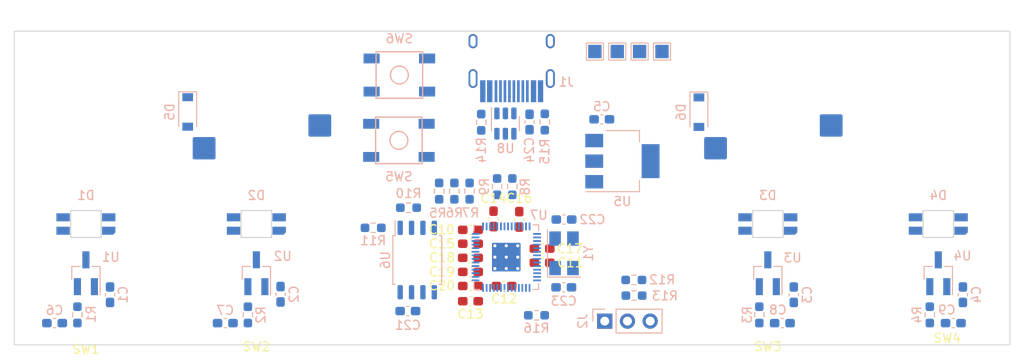
<source format=kicad_pcb>
(kicad_pcb (version 20211014) (generator pcbnew)
  (layers (0 "F.Cu" signal) (31 "B.Cu" signal) (34 "B.Paste" user) (35 "F.Paste" user) (36 "B.SilkS" user "B.Silkscreen") (37 "F.SilkS" user "F.Silkscreen") (38 "B.Mask" user) (39 "F.Mask" user) (44 "Edge.Cuts" user))
  (net 0 "")
  (net 1 "+3.3VA")
  (net 2 "SW1")
  (net 3 "GND")
  (net 4 "SW2")
  (net 5 "SW3")
  (net 6 "SW4")
  (net 7 "+1V1")
  (net 8 "SWDIO")
  (net 9 "+5V")
  (net 10 "UART_TX")
  (net 11 "UART_RX")
  (net 12 "SWCLK")
  (net 13 "Net-(D1-Pad1)")
  (net 14 "Net-(D1-Pad2)")
  (net 15 "Net-(D1-Pad3)")
  (net 16 "COL1")
  (net 17 "Net-(R8-Pad1)")
  (net 18 "COL2")
  (net 19 "COL3")
  (net 20 "COL4")
  (net 21 "Net-(R1-Pad1)")
  (net 22 "Net-(R2-Pad1)")
  (net 23 "Net-(R3-Pad1)")
  (net 24 "Net-(R4-Pad1)")
  (net 25 "ROW_R")
  (net 26 "ROW_G")
  (net 27 "ROW_B")
  (net 28 "USB_D-")
  (net 29 "USB_D+")
  (net 30 "Net-(R9-Pad2)")
  (net 31 "/QSPI_SS")
  (net 32 "/~{USB_BOOT}")
  (net 33 "/RESET")
  (net 34 "/QSPI_SCLK")
  (net 49 "K_ROW")
  (net 50 "Net-(D5-Pad2)")
  (net 51 "Net-(D6-Pad2)")
  (net 52 "K_COL0")
  (net 53 "K_COL1")
  (net 54 "Net-(J1-Pad4)")
  (net 55 "Net-(J1-Pad10)")
  (net 56 "Net-(J1-Pad5)")
  (net 57 "Net-(J1-Pad6)")
  (net 60 "/XIN")
  (net 61 "/XOUT")
  (net 62 "/QSPI_SD1")
  (net 63 "/QSPI_SD2")
  (net 64 "/QSPI_SD0")
  (net 65 "/QSPI_SD3")
  (footprint "Capacitor_SMD:C_0603_1608Metric_Pad1.08x0.95mm_HandSolder" (layer "F.Cu") (at 201.375 70.825)
    (fp_text reference "C11" (at 3.15 0) (layer "F.SilkS"))
    (fp_text value "0.1u")
    (pad "1" smd roundrect locked (at -0.8625 0) (size 1.075 0.95) (layers "F.Cu" "F.Paste" "F.Mask") (net 7 "+1V1"))
    (pad "2" smd roundrect locked (at 0.8625 0) (size 1.075 0.95) (layers "F.Cu" "F.Paste" "F.Mask") (net 3 "GND"))
  )
  (footprint "MX_Alps_Hybrid:MX_Lekker" (layer "F.Cu") (at 169.45 72)
    (fp_text reference "SW2" (at 0 8.2 unlocked) (layer "F.SilkS"))
    (fp_text value "MX_Lekker" hide)
    (pad "" np_thru_hole circle (at -5.08 0 48.0996) (size 1.75 1.75) (drill 1.75) (layers *.Cu *.Mask))
    (pad "" np_thru_hole circle (at 5.08 0 48.0996) (size 1.75 1.75) (drill 1.75) (layers *.Cu *.Mask))
  )
  (footprint "Capacitor_SMD:C_0603_1608Metric_Pad1.08x0.95mm_HandSolder" (layer "F.Cu") (at 197.125 73.425 180)
    (fp_text reference "C12" (at 0 -1.43) (layer "F.SilkS"))
    (fp_text value "0.1u")
    (pad "1" smd roundrect locked (at -0.8625 0 180) (size 1.075 0.95) (layers "F.Cu" "F.Paste" "F.Mask") (net 1 "+3.3VA"))
    (pad "2" smd roundrect locked (at 0.8625 0 180) (size 1.075 0.95) (layers "F.Cu" "F.Paste" "F.Mask") (net 3 "GND"))
  )
  (footprint "Capacitor_SMD:C_0603_1608Metric_Pad1.08x0.95mm_HandSolder" (layer "F.Cu") (at 195.95 65.925 90)
    (fp_text reference "C14" (at 2.3 0 180) (layer "F.SilkS"))
    (fp_text value "0.1u")
    (pad "1" smd roundrect locked (at -0.8625 0 90) (size 1.075 0.95) (layers "F.Cu" "F.Paste" "F.Mask") (net 1 "+3.3VA"))
    (pad "2" smd roundrect locked (at 0.8625 0 90) (size 1.075 0.95) (layers "F.Cu" "F.Paste" "F.Mask") (net 3 "GND"))
  )
  (footprint "MX_Alps_Hybrid:MX_Lekker" (layer "F.Cu") (at 245.65 72)
    (fp_text reference "SW4" (at 1 7.25 unlocked) (layer "F.SilkS"))
    (fp_text value "MX_Lekker" hide)
    (pad "" np_thru_hole circle (at 5.08 0 48.0996) (size 1.75 1.75) (drill 1.75) (layers *.Cu *.Mask))
    (pad "" np_thru_hole circle (at -5.08 0 48.0996) (size 1.75 1.75) (drill 1.75) (layers *.Cu *.Mask))
  )
  (footprint "Capacitor_SMD:C_0603_1608Metric_Pad1.08x0.95mm_HandSolder" (layer "F.Cu") (at 201.375 69.25)
    (fp_text reference "C17" (at 3.1 0) (layer "F.SilkS"))
    (fp_text value "0.1u")
    (pad "1" smd roundrect locked (at -0.8625 0) (size 1.075 0.95) (layers "F.Cu" "F.Paste" "F.Mask") (net 1 "+3.3VA"))
    (pad "2" smd roundrect locked (at 0.8625 0) (size 1.075 0.95) (layers "F.Cu" "F.Paste" "F.Mask") (net 3 "GND"))
  )
  (footprint "Capacitor_SMD:C_0603_1608Metric_Pad1.08x0.95mm_HandSolder" (layer "F.Cu") (at 193.375 71.85)
    (fp_text reference "C19" (at -3.2 0) (layer "F.SilkS"))
    (fp_text value "1u")
    (pad "1" smd roundrect locked (at -0.8625 0) (size 1.075 0.95) (layers "F.Cu" "F.Paste" "F.Mask") (net 7 "+1V1"))
    (pad "2" smd roundrect locked (at 0.8625 0) (size 1.075 0.95) (layers "F.Cu" "F.Paste" "F.Mask") (net 3 "GND"))
  )
  (footprint "MX_Hotswap:MX-Hotswap-1U" (layer "F.Cu") (at 226.6 52.95 180)
    (fp_text reference "MX2")
    (fp_text value "MX-NoLED")
    (pad "" np_thru_hole circle (at -5.08 0 228.099) (size 1.7018 1.7018) (drill 1.7018) (layers F&B.Cu *.Mask))
    (pad "" np_thru_hole circle (at -3.81 -2.54 180) (size 3 3) (drill 3) (layers F&B.Cu *.Mask))
    (pad "" np_thru_hole circle (at 2.54 -5.08 180) (size 3 3) (drill 3) (layers F&B.Cu *.Mask))
    (pad "" np_thru_hole circle (at 0 0 180) (size 3.9878 3.9878) (drill 3.9878) (layers F&B.Cu *.Mask))
    (pad "" np_thru_hole circle (at 5.08 0 228.099) (size 1.7018 1.7018) (drill 1.7018) (layers F&B.Cu *.Mask))
    (pad "1" smd roundrect (at -7.085 -2.54 180) (size 2.55 2.5) (layers "B.Cu" "B.Paste" "B.Mask") (roundrect_rratio 0.08) (net 53 "K_COL1"))
    (pad "2" smd roundrect (at 5.842 -5.08 180) (size 2.55 2.5) (layers "B.Cu" "B.Paste" "B.Mask") (roundrect_rratio 0.08) (net 51 "Net-(D6-Pad2)"))
  )
  (footprint "Capacitor_SMD:C_0603_1608Metric_Pad1.08x0.95mm_HandSolder" (layer "F.Cu") (at 193.375 67.15)
    (fp_text reference "C10" (at -3.225 -0.025) (layer "F.SilkS"))
    (fp_text value "0.1u")
    (pad "1" smd roundrect locked (at -0.8625 0) (size 1.075 0.95) (layers "F.Cu" "F.Paste" "F.Mask") (net 7 "+1V1"))
    (pad "2" smd roundrect locked (at 0.8625 0) (size 1.075 0.95) (layers "F.Cu" "F.Paste" "F.Mask") (net 3 "GND"))
  )
  (footprint "Capacitor_SMD:C_0603_1608Metric_Pad1.08x0.95mm_HandSolder" (layer "F.Cu") (at 193.375 75.125 180)
    (fp_text reference "C13" (at 0 -1.43) (layer "F.SilkS"))
    (fp_text value "0.1u")
    (pad "1" smd roundrect locked (at -0.8625 0 180) (size 1.075 0.95) (layers "F.Cu" "F.Paste" "F.Mask") (net 1 "+3.3VA"))
    (pad "2" smd roundrect locked (at 0.8625 0 180) (size 1.075 0.95) (layers "F.Cu" "F.Paste" "F.Mask") (net 3 "GND"))
  )
  (footprint "MX_Alps_Hybrid:MX_Lekker" (layer "F.Cu") (at 150.4 72)
    (fp_text reference "SW1" (at 0 8.5 unlocked) (layer "F.SilkS"))
    (fp_text value "MX_Lekker" hide)
    (pad "" np_thru_hole circle (at -5.08 0 48.0996) (size 1.75 1.75) (drill 1.75) (layers *.Cu *.Mask))
    (pad "" np_thru_hole circle (at 5.08 0 48.0996) (size 1.75 1.75) (drill 1.75) (layers *.Cu *.Mask))
  )
  (footprint "Capacitor_SMD:C_0603_1608Metric_Pad1.08x0.95mm_HandSolder" (layer "F.Cu") (at 193.375 73.425)
    (fp_text reference "C20" (at -3.2 -0.025) (layer "F.SilkS"))
    (fp_text value "1u")
    (pad "1" smd roundrect locked (at -0.8625 0) (size 1.075 0.95) (layers "F.Cu" "F.Paste" "F.Mask") (net 1 "+3.3VA"))
    (pad "2" smd roundrect locked (at 0.8625 0) (size 1.075 0.95) (layers "F.Cu" "F.Paste" "F.Mask") (net 3 "GND"))
  )
  (footprint "Capacitor_SMD:C_0603_1608Metric_Pad1.08x0.95mm_HandSolder" (layer "F.Cu") (at 193.375 70.275)
    (fp_text reference "C18" (at -3.175 -0.025) (layer "F.SilkS"))
    (fp_text value "0.1u")
    (pad "1" smd roundrect locked (at -0.8625 0) (size 1.075 0.95) (layers "F.Cu" "F.Paste" "F.Mask") (net 1 "+3.3VA"))
    (pad "2" smd roundrect locked (at 0.8625 0) (size 1.075 0.95) (layers "F.Cu" "F.Paste" "F.Mask") (net 3 "GND"))
  )
  (footprint "Capacitor_SMD:C_0603_1608Metric_Pad1.08x0.95mm_HandSolder" (layer "F.Cu") (at 193.375 68.7)
    (fp_text reference "C15" (at -3.2 0) (layer "F.SilkS"))
    (fp_text value "0.1u")
    (pad "1" smd roundrect locked (at -0.8625 0) (size 1.075 0.95) (layers "F.Cu" "F.Paste" "F.Mask") (net 1 "+3.3VA"))
    (pad "2" smd roundrect locked (at 0.8625 0) (size 1.075 0.95) (layers "F.Cu" "F.Paste" "F.Mask") (net 3 "GND"))
  )
  (footprint "MX_Alps_Hybrid:MX_Lekker" (layer "F.Cu") (at 226.6 72)
    (fp_text reference "SW3" (at 0 8.2 unlocked) (layer "F.SilkS"))
    (fp_text value "MX_Lekker" hide)
    (pad "" np_thru_hole circle (at 5.08 0 48.0996) (size 1.75 1.75) (drill 1.75) (layers *.Cu *.Mask))
    (pad "" np_thru_hole circle (at -5.08 0 48.0996) (size 1.75 1.75) (drill 1.75) (layers *.Cu *.Mask))
  )
  (footprint "Capacitor_SMD:C_0603_1608Metric_Pad1.08x0.95mm_HandSolder" (layer "F.Cu") (at 198.825 65.975 90)
    (fp_text reference "C16" (at 2.35 0 180) (layer "F.SilkS"))
    (fp_text value "0.1u")
    (pad "1" smd roundrect locked (at -0.8625 0 90) (size 1.075 0.95) (layers "F.Cu" "F.Paste" "F.Mask") (net 1 "+3.3VA"))
    (pad "2" smd roundrect locked (at 0.8625 0 90) (size 1.075 0.95) (layers "F.Cu" "F.Paste" "F.Mask") (net 3 "GND"))
  )
  (footprint "MX_Hotswap:MX-Hotswap-1U" (layer "F.Cu") (at 169.45 52.95 180)
    (fp_text reference "MX1")
    (fp_text value "MX-NoLED")
    (pad "" np_thru_hole circle (at 0 0 180) (size 3.9878 3.9878) (drill 3.9878) (layers F&B.Cu *.Mask))
    (pad "" np_thru_hole circle (at 2.54 -5.08 180) (size 3 3) (drill 3) (layers F&B.Cu *.Mask))
    (pad "" np_thru_hole circle (at 5.08 0 228.099) (size 1.7018 1.7018) (drill 1.7018) (layers F&B.Cu *.Mask))
    (pad "" np_thru_hole circle (at -3.81 -2.54 180) (size 3 3) (drill 3) (layers F&B.Cu *.Mask))
    (pad "" np_thru_hole circle (at -5.08 0 228.099) (size 1.7018 1.7018) (drill 1.7018) (layers F&B.Cu *.Mask))
    (pad "1" smd roundrect (at -7.085 -2.54 180) (size 2.55 2.5) (layers "B.Cu" "B.Paste" "B.Mask") (roundrect_rratio 0.08) (net 52 "K_COL0"))
    (pad "2" smd roundrect (at 5.842 -5.08 180) (size 2.55 2.5) (layers "B.Cu" "B.Paste" "B.Mask") (roundrect_rratio 0.08) (net 50 "Net-(D5-Pad2)"))
  )
  (footprint "Resistor_SMD:R_0603_1608Metric_Pad0.98x0.95mm_HandSolder" (layer "B.Cu") (at 198.05 62.325 90)
    (fp_text reference "R8" (at 0 1.43 90) (layer "B.SilkS") (effects (justify mirror)))
    (fp_text value "27")
    (pad "1" smd roundrect locked (at -0.9125 0 90) (size 0.975 0.95) (layers "B.Cu" "B.Paste" "B.Mask") (net 17 "Net-(R8-Pad1)"))
    (pad "2" smd roundrect locked (at 0.9125 0 90) (size 0.975 0.95) (layers "B.Cu" "B.Paste" "B.Mask") (net 29 "USB_D+"))
  )
  (footprint "Resistor_SMD:R_0603_1608Metric_Pad0.98x0.95mm_HandSolder" (layer "B.Cu") (at 189.875 62.825 90)
    (fp_text reference "R5" (at -2.45 -0.15 180) (layer "B.SilkS") (effects (justify mirror)))
    (fp_text value "300")
    (pad "1" smd roundrect locked (at -0.9125 0 90) (size 0.975 0.95) (layers "B.Cu" "B.Paste" "B.Mask") (net 25 "ROW_R"))
    (pad "2" smd roundrect locked (at 0.9125 0 90) (size 0.975 0.95) (layers "B.Cu" "B.Paste" "B.Mask") (net 15 "Net-(D1-Pad3)"))
  )
  (footprint "random_parts:SOT-23_Handsoldering_no_plane" (layer "B.Cu") (at 245.65 72 90)
    (fp_text reference "U4" (at 1.95 2.7) (layer "B.SilkS") (effects (justify mirror)))
    (fp_text value "AH49-E")
    (pad "1" smd rect (at -1.5 0.95 90) (size 1.9 0.8) (layers "B.Cu" "B.Paste" "B.Mask") (net 1 "+3.3VA"))
    (pad "2" smd rect (at -1.5 -0.95 90) (size 1.9 0.8) (layers "B.Cu" "B.Paste" "B.Mask") (net 24 "Net-(R4-Pad1)"))
    (pad "3" smd rect (at 1.5 0 90) (size 1.9 0.8) (layers "B.Cu" "B.Paste" "B.Mask") (net 3 "GND"))
  )
  (footprint "Diode_SMD:D_SOD-123" (layer "B.Cu") (at 161.775 53.975 -90)
    (fp_text reference "D5" (at 0 2 90) (layer "B.SilkS") (effects (justify mirror)))
    (fp_text value "1N4148W")
    (pad "1" smd rect locked (at -1.65 0 270) (size 0.9 1.2) (layers "B.Cu" "B.Paste" "B.Mask") (net 49 "K_ROW"))
    (pad "2" smd rect locked (at 1.65 0 270) (size 0.9 1.2) (layers "B.Cu" "B.Paste" "B.Mask") (net 50 "Net-(D5-Pad2)"))
  )
  (footprint "Resistor_SMD:R_0603_1608Metric_Pad0.98x0.95mm_HandSolder" (layer "B.Cu") (at 200.75 76.7)
    (fp_text reference "R16" (at 0 1.43) (layer "B.SilkS") (effects (justify mirror)))
    (fp_text value "10k")
    (pad "1" smd roundrect locked (at -0.9125 0) (size 0.975 0.95) (layers "B.Cu" "B.Paste" "B.Mask") (net 1 "+3.3VA"))
    (pad "2" smd roundrect locked (at 0.9125 0) (size 0.975 0.95) (layers "B.Cu" "B.Paste" "B.Mask") (net 33 "/RESET"))
  )
  (footprint "TestPoint:TestPoint_Pad_1.5x1.5mm" (layer "B.Cu") (at 209.775 47.225 180)
    (fp_text reference "TP2" hide)
    (fp_text value "TestPoint")
    (pad "1" smd rect locked (at 0 0 180) (size 1.5 1.5) (layers "B.Cu" "B.Mask") (net 8 "SWDIO"))
  )
  (footprint "Capacitor_SMD:C_0603_1608Metric_Pad1.08x0.95mm_HandSolder" (layer "B.Cu") (at 229.5 74.4 -90)
    (fp_text reference "C3" (at 0 -1.5 90) (layer "B.SilkS") (effects (justify mirror)))
    (fp_text value "0.1u")
    (pad "1" smd roundrect locked (at -0.8625 0 270) (size 1.075 0.95) (layers "B.Cu" "B.Paste" "B.Mask") (net 1 "+3.3VA"))
    (pad "2" smd roundrect locked (at 0.8625 0 270) (size 1.075 0.95) (layers "B.Cu" "B.Paste" "B.Mask") (net 3 "GND"))
  )
  (footprint "custom_led_library:QBLP677R-RGB-square_cutout" (layer "B.Cu") (at 169.45 66.5 180)
    (fp_text reference "D2" (at 0 3.2 unlocked) (layer "B.SilkS") (effects (justify mirror)))
    (fp_text value "QBLP677R-RGB")
    (fp_line (start -1.7 -1.5) (end 1.7 -1.5) (layer "Edge.Cuts") (width 0.12))
    (fp_line (start 1.7 -1.5) (end 1.7 1.5) (layer "Edge.Cuts") (width 0.12))
    (fp_line (start -1.7 1.5) (end -1.7 -1.5) (layer "Edge.Cuts") (width 0.12))
    (fp_line (start 1.7 1.5) (end -1.7 1.5) (layer "Edge.Cuts") (width 0.12))
    (pad "1" smd roundrect (at -2.55 -0.75 180) (size 1.5 0.9) (layers "B.Cu" "B.Paste" "B.Mask") (roundrect_rratio 0) (chamfer_ratio 0.3) (chamfer top_left) (net 13 "Net-(D1-Pad1)"))
    (pad "2" smd rect (at 2.55 -0.75 180) (size 1.5 0.9) (layers "B.Cu" "B.Paste" "B.Mask") (net 14 "Net-(D1-Pad2)"))
    (pad "3" smd rect (at 2.55 0.75 180) (size 1.5 0.9) (layers "B.Cu" "B.Paste" "B.Mask") (net 15 "Net-(D1-Pad3)"))
    (pad "4" smd rect (at -2.55 0.75 180) (size 1.5 0.9) (layers "B.Cu" "B.Paste" "B.Mask") (net 18 "COL2"))
  )
  (footprint "custom_led_library:QBLP677R-RGB-square_cutout" (layer "B.Cu") (at 245.65 66.5 180)
    (fp_text reference "D4" (at 0 3.2 unlocked) (layer "B.SilkS") (effects (justify mirror)))
    (fp_text value "QBLP677R-RGB")
    (fp_line (start -1.7 1.5) (end -1.7 -1.5) (layer "Edge.Cuts") (width 0.12))
    (fp_line (start -1.7 -1.5) (end 1.7 -1.5) (layer "Edge.Cuts") (width 0.12))
    (fp_line (start 1.7 1.5) (end -1.7 1.5) (layer "Edge.Cuts") (width 0.12))
    (fp_line (start 1.7 -1.5) (end 1.7 1.5) (layer "Edge.Cuts") (width 0.12))
    (pad "1" smd roundrect (at -2.55 -0.75 180) (size 1.5 0.9) (layers "B.Cu" "B.Paste" "B.Mask") (roundrect_rratio 0) (chamfer_ratio 0.3) (chamfer top_left) (net 13 "Net-(D1-Pad1)"))
    (pad "2" smd rect (at 2.55 -0.75 180) (size 1.5 0.9) (layers "B.Cu" "B.Paste" "B.Mask") (net 14 "Net-(D1-Pad2)"))
    (pad "3" smd rect (at 2.55 0.75 180) (size 1.5 0.9) (layers "B.Cu" "B.Paste" "B.Mask") (net 15 "Net-(D1-Pad3)"))
    (pad "4" smd rect (at -2.55 0.75 180) (size 1.5 0.9) (layers "B.Cu" "B.Paste" "B.Mask") (net 20 "COL4"))
  )
  (footprint "Capacitor_SMD:C_0603_1608Metric_Pad1.08x0.95mm_HandSolder" (layer "B.Cu") (at 165.975 77.575 180)
    (fp_text reference "C7" (at 0 1.43) (layer "B.SilkS") (effects (justify mirror)))
    (fp_text value "DNI")
    (pad "1" smd roundrect locked (at -0.8625 0 180) (size 1.075 0.95) (layers "B.Cu" "B.Paste" "B.Mask") (net 4 "SW2"))
    (pad "2" smd roundrect locked (at 0.8625 0 180) (size 1.075 0.95) (layers "B.Cu" "B.Paste" "B.Mask") (net 3 "GND"))
  )
  (footprint "Diode_SMD:D_SOD-123" (layer "B.Cu") (at 218.9 54 -90)
    (fp_text reference "D6" (at 0 2 90) (layer "B.SilkS") (effects (justify mirror)))
    (fp_text value "1N4148W")
    (pad "1" smd rect locked (at -1.65 0 270) (size 0.9 1.2) (layers "B.Cu" "B.Paste" "B.Mask") (net 49 "K_ROW"))
    (pad "2" smd rect locked (at 1.65 0 270) (size 0.9 1.2) (layers "B.Cu" "B.Paste" "B.Mask") (net 51 "Net-(D6-Pad2)"))
  )
  (footprint "Resistor_SMD:R_0603_1608Metric_Pad0.98x0.95mm_HandSolder" (layer "B.Cu") (at 196.35 62.325 -90)
    (fp_text reference "R9" (at 0 1.43 90) (layer "B.SilkS") (effects (justify mirror)))
    (fp_text value "27")
    (pad "1" smd roundrect locked (at -0.9125 0 270) (size 0.975 0.95) (layers "B.Cu" "B.Paste" "B.Mask") (net 28 "USB_D-"))
    (pad "2" smd roundrect locked (at 0.9125 0 270) (size 0.975 0.95) (layers "B.Cu" "B.Paste" "B.Mask") (net 30 "Net-(R9-Pad2)"))
  )
  (footprint "Resistor_SMD:R_0603_1608Metric_Pad0.98x0.95mm_HandSolder" (layer "B.Cu") (at 191.575 62.825 90)
    (fp_text reference "R6" (at -2.425 0 180) (layer "B.SilkS") (effects (justify mirror)))
    (fp_text value "300")
    (pad "1" smd roundrect locked (at -0.9125 0 90) (size 0.975 0.95) (layers "B.Cu" "B.Paste" "B.Mask") (net 26 "ROW_G"))
    (pad "2" smd roundrect locked (at 0.9125 0 90) (size 0.975 0.95) (layers "B.Cu" "B.Paste" "B.Mask") (net 14 "Net-(D1-Pad2)"))
  )
  (footprint "Type-C:HRO-TYPE-C-31-M-12-HandSoldering" (layer "B.Cu") (at 197.975 43.465)
    (fp_text reference "J1" (at 6.1 7.16) (layer "B.SilkS") (effects (justify mirror)))
    (fp_text value "TYPE-C-31-M12_13_EDITED")
    (pad "" np_thru_hole circle locked (at 2.89 6.25) (size 0.65 0.65) (drill 0.65) (layers *.Cu *.Mask))
    (pad "" np_thru_hole circle locked (at -2.89 6.25) (size 0.65 0.65) (drill 0.65) (layers *.Cu *.Mask))
    (pad "1" smd rect locked (at -3.225 8.195) (size 0.6 2.45) (layers "B.Cu" "B.Paste" "B.Mask") (net 3 "GND"))
    (pad "2" smd rect locked (at -2.45 8.195) (size 0.6 2.45) (layers "B.Cu" "B.Paste" "B.Mask") (net 9 "+5V"))
    (pad "3" smd rect locked (at -1.75 8.195) (size 0.3 2.45) (layers "B.Cu" "B.Paste" "B.Mask"))
    (pad "4" smd rect locked (at -1.25 8.195) (size 0.3 2.45) (layers "B.Cu" "B.Paste" "B.Mask") (net 54 "Net-(J1-Pad4)"))
    (pad "5" smd rect locked (at -0.75 8.195) (size 0.3 2.45) (layers "B.Cu" "B.Paste" "B.Mask") (net 56 "Net-(J1-Pad5)"))
    (pad "6" smd rect locked (at -0.25 8.195) (size 0.3 2.45) (layers "B.Cu" "B.Paste" "B.Mask") (net 57 "Net-(J1-Pad6)"))
    (pad "7" smd rect locked (at 0.25 8.195) (size 0.3 2.45) (layers "B.Cu" "B.Paste" "B.Mask") (net 56 "Net-(J1-Pad5)"))
    (pad "8" smd rect locked (at 0.75 8.195) (size 0.3 2.45) (layers "B.Cu" "B.Paste" "B.Mask") (net 57 "Net-(J1-Pad6)"))
    (pad "9" smd rect locked (at 1.25 8.195) (size 0.3 2.45) (layers "B.Cu" "B.Paste" "B.Mask"))
    (pad "10" smd rect locked (at 1.75 8.195) (size 0.3 2.45) (layers "B.Cu" "B.Paste" "B.Mask") (net 55 "Net-(J1-Pad10)"))
    (pad "11" smd rect locked (at 2.45 8.195) (size 0.6 2.45) (layers "B.Cu" "B.Paste" "B.Mask") (net 9 "+5V"))
    (pad "12" smd rect locked (at 3.225 8.195) (size 0.6 2.45) (layers "B.Cu" "B.Paste" "B.Mask") (net 3 "GND"))
    (pad "13" thru_hole oval locked (at 4.32 2.6) (size 1 1.6) (drill oval 0.6 1.2) (layers *.Cu "F.Mask") (net 3 "GND"))
    (pad "13" thru_hole oval locked (at 4.32 6.78) (size 1 2.1) (drill oval 0.6 1.7) (layers *.Cu "F.Mask") (net 3 "GND"))
    (pad "13" thru_hole oval locked (at -4.32 2.6) (size 1 1.6) (drill oval 0.6 1.2) (layers *.Cu "F.Mask") (net 3 "GND"))
    (pad "13" thru_hole oval locked (at -4.32 6.78) (size 1 2.1) (drill oval 0.6 1.7) (layers *.Cu "F.Mask") (net 3 "GND"))
  )
  (footprint "random_parts:SOT-23_Handsoldering_no_plane" (layer "B.Cu") (at 226.6 72 90)
    (fp_text reference "U3" (at 1.725 2.775) (layer "B.SilkS") (effects (justify mirror)))
    (fp_text value "AH49-E")
    (pad "1" smd rect (at -1.5 0.95 90) (size 1.9 0.8) (layers "B.Cu" "B.Paste" "B.Mask") (net 1 "+3.3VA"))
    (pad "2" smd rect (at -1.5 -0.95 90) (size 1.9 0.8) (layers "B.Cu" "B.Paste" "B.Mask") (net 23 "Net-(R3-Pad1)"))
    (pad "3" smd rect (at 1.5 0 90) (size 1.9 0.8) (layers "B.Cu" "B.Paste" "B.Mask") (net 3 "GND"))
  )
  (footprint "Resistor_SMD:R_0603_1608Metric_Pad0.98x0.95mm_HandSolder" (layer "B.Cu") (at 244.7 76.65 -90)
    (fp_text reference "R4" (at 0 1.425 90) (layer "B.SilkS") (effects (justify mirror)))
    (fp_text value "0")
    (pad "1" smd roundrect locked (at -0.9125 0 270) (size 0.975 0.95) (layers "B.Cu" "B.Paste" "B.Mask") (net 24 "Net-(R4-Pad1)"))
    (pad "2" smd roundrect locked (at 0.9125 0 270) (size 0.975 0.95) (layers "B.Cu" "B.Paste" "B.Mask") (net 6 "SW4"))
  )
  (footprint "random_parts:SOT-23_Handsoldering_no_plane" (layer "B.Cu") (at 169.45 72 90)
    (fp_text reference "U2" (at 1.9 2.95) (layer "B.SilkS") (effects (justify mirror)))
    (fp_text value "AH49-E")
    (pad "1" smd rect (at -1.5 0.95 90) (size 1.9 0.8) (layers "B.Cu" "B.Paste" "B.Mask") (net 1 "+3.3VA"))
    (pad "2" smd rect (at -1.5 -0.95 90) (size 1.9 0.8) (layers "B.Cu" "B.Paste" "B.Mask") (net 22 "Net-(R2-Pad1)"))
    (pad "3" smd rect (at 1.5 0 90) (size 1.9 0.8) (layers "B.Cu" "B.Paste" "B.Mask") (net 3 "GND"))
  )
  (footprint "Resistor_SMD:R_0603_1608Metric_Pad0.98x0.95mm_HandSolder" (layer "B.Cu") (at 193.275 62.825 -90)
    (fp_text reference "R7" (at 2.425 -0.1 180) (layer "B.SilkS") (effects (justify mirror)))
    (fp_text value "300")
    (pad "1" smd roundrect locked (at -0.9125 0 270) (size 0.975 0.95) (layers "B.Cu" "B.Paste" "B.Mask") (net 13 "Net-(D1-Pad1)"))
    (pad "2" smd roundrect locked (at 0.9125 0 270) (size 0.975 0.95) (layers "B.Cu" "B.Paste" "B.Mask") (net 27 "ROW_B"))
  )
  (footprint "Capacitor_SMD:C_0603_1608Metric_Pad1.08x0.95mm_HandSolder" (layer "B.Cu") (at 228.225 77.575)
    (fp_text reference "C8" (at -0.5 -1.475) (layer "B.SilkS") (effects (justify mirror)))
    (fp_text value "DNI")
    (pad "1" smd roundrect locked (at -0.8625 0) (size 1.075 0.95) (layers "B.Cu" "B.Paste" "B.Mask") (net 5 "SW3"))
    (pad "2" smd roundrect locked (at 0.8625 0) (size 1.075 0.95) (layers "B.Cu" "B.Paste" "B.Mask") (net 3 "GND"))
  )
  (footprint "Resistor_SMD:R_0603_1608Metric_Pad0.98x0.95mm_HandSolder" (layer "B.Cu") (at 182.5 66.925)
    (fp_text reference "R11" (at 0 1.43) (layer "B.SilkS") (effects (justify mirror)))
    (fp_text value "10k")
    (pad "1" smd roundrect locked (at -0.9125 0) (size 0.975 0.95) (layers "B.Cu" "B.Paste" "B.Mask") (net 32 "/~{USB_BOOT}"))
    (pad "2" smd roundrect locked (at 0.9125 0) (size 0.975 0.95) (layers "B.Cu" "B.Paste" "B.Mask") (net 31 "/QSPI_SS"))
  )
  (footprint "Resistor_SMD:R_0603_1608Metric_Pad0.98x0.95mm_HandSolder" (layer "B.Cu") (at 225.65 76.65 -90)
    (fp_text reference "R3" (at 0 1.35 90) (layer "B.SilkS") (effects (justify mirror)))
    (fp_text value "0")
    (pad "1" smd roundrect locked (at -0.9125 0 270) (size 0.975 0.95) (layers "B.Cu" "B.Paste" "B.Mask") (net 23 "Net-(R3-Pad1)"))
    (pad "2" smd roundrect locked (at 0.9125 0 270) (size 0.975 0.95) (layers "B.Cu" "B.Paste" "B.Mask") (net 5 "SW3"))
  )
  (footprint "Capacitor_SMD:C_0603_1608Metric_Pad1.08x0.95mm_HandSolder" (layer "B.Cu") (at 186.375 76.225 180)
    (fp_text reference "C21" (at 0 -1.575) (layer "B.SilkS") (effects (justify mirror)))
    (fp_text value "0.1u")
    (pad "1" smd roundrect locked (at -0.8625 0 180) (size 1.075 0.95) (layers "B.Cu" "B.Paste" "B.Mask") (net 3 "GND"))
    (pad "2" smd roundrect locked (at 0.8625 0 180) (size 1.075 0.95) (layers "B.Cu" "B.Paste" "B.Mask") (net 1 "+3.3VA"))
  )
  (footprint "Package_SO:SOIC-8_5.23x5.23mm_P1.27mm" (layer "B.Cu") (at 187.425 70.525 -90)
    (fp_text reference "U6" (at 0 3.56 90) (layer "B.SilkS") (effects (justify mirror)))
    (fp_text value "W25Q32JVSS")
    (pad "1" smd roundrect locked (at -3.6 1.905 270) (size 1.6 0.6) (layers "B.Cu" "B.Paste" "B.Mask") (net 31 "/QSPI_SS"))
    (pad "2" smd roundrect locked (at -3.6 0.635 270) (size 1.6 0.6) (layers "B.Cu" "B.Paste" "B.Mask") (net 62 "/QSPI_SD1"))
    (pad "3" smd roundrect locked (at -3.6 -0.635 270) (size 1.6 0.6) (layers "B.Cu" "B.Paste" "B.Mask") (net 63 "/QSPI_SD2"))
    (pad "4" smd roundrect locked (at -3.6 -1.905 270) (size 1.6 0.6) (layers "B.Cu" "B.Paste" "B.Mask") (net 3 "GND"))
    (pad "5" smd roundrect locked (at 3.6 -1.905 270) (size 1.6 0.6) (layers "B.Cu" "B.Paste" "B.Mask") (net 64 "/QSPI_SD0"))
    (pad "6" smd roundrect locked (at 3.6 -0.635 270) (size 1.6 0.6) (layers "B.Cu" "B.Paste" "B.Mask") (net 34 "/QSPI_SCLK"))
    (pad "7" smd roundrect locked (at 3.6 0.635 270) (size 1.6 0.6) (layers "B.Cu" "B.Paste" "B.Mask") (net 65 "/QSPI_SD3"))
    (pad "8" smd roundrect locked (at 3.6 1.905 270) (size 1.6 0.6) (layers "B.Cu" "B.Paste" "B.Mask") (net 1 "+3.3VA"))
  )
  (footprint "Crystal:Crystal_SMD_5032-4Pin_5.0x3.2mm" (layer "B.Cu") (at 203.825 69.775 90)
    (fp_text reference "Y1" (at -0.025 2.725 90) (layer "B.SilkS") (effects (justify mirror)))
    (fp_text value "Crystal_GND24")
    (pad "1" smd rect locked (at -1.65 -1 90) (size 1.6 1.3) (layers "B.Cu" "B.Paste" "B.Mask") (net 61 "/XOUT"))
    (pad "2" smd rect locked (at 1.65 -1 90) (size 1.6 1.3) (layers "B.Cu" "B.Paste" "B.Mask") (net 3 "GND"))
    (pad "3" smd rect locked (at 1.65 1 90) (size 1.6 1.3) (layers "B.Cu" "B.Paste" "B.Mask") (net 60 "/XIN"))
    (pad "4" smd rect locked (at -1.65 1 90) (size 1.6 1.3) (layers "B.Cu" "B.Paste" "B.Mask") (net 3 "GND"))
  )
  (footprint "Resistor_SMD:R_0603_1608Metric_Pad0.98x0.95mm_HandSolder" (layer "B.Cu") (at 168.5 76.65 -90)
    (fp_text reference "R2" (at 0 -1.45 90) (layer "B.SilkS") (effects (justify mirror)))
    (fp_text value "0")
    (pad "1" smd roundrect locked (at -0.9125 0 270) (size 0.975 0.95) (layers "B.Cu" "B.Paste" "B.Mask") (net 22 "Net-(R2-Pad1)"))
    (pad "2" smd roundrect locked (at 0.9125 0 270) (size 0.975 0.95) (layers "B.Cu" "B.Paste" "B.Mask") (net 4 "SW2"))
  )
  (footprint "Capacitor_SMD:C_0603_1608Metric_Pad1.08x0.95mm_HandSolder" (layer "B.Cu") (at 203.8 73.575 180)
    (fp_text reference "C23" (at 0 -1.525) (layer "B.SilkS") (effects (justify mirror)))
    (fp_text value "27p")
    (pad "1" smd roundrect locked (at -0.8625 0 180) (size 1.075 0.95) (layers "B.Cu" "B.Paste" "B.Mask") (net 3 "GND"))
    (pad "2" smd roundrect locked (at 0.8625 0 180) (size 1.075 0.95) (layers "B.Cu" "B.Paste" "B.Mask") (net 61 "/XOUT"))
  )
  (footprint "Capacitor_SMD:C_0603_1608Metric_Pad1.08x0.95mm_HandSolder" (layer "B.Cu") (at 247.325 77.575)
    (fp_text reference "C9" (at -0.725 -1.475) (layer "B.SilkS") (effects (justify mirror)))
    (fp_text value "DNI")
    (pad "1" smd roundrect locked (at -0.8625 0) (size 1.075 0.95) (layers "B.Cu" "B.Paste" "B.Mask") (net 6 "SW4"))
    (pad "2" smd roundrect locked (at 0.8625 0) (size 1.075 0.95) (layers "B.Cu" "B.Paste" "B.Mask") (net 3 "GND"))
  )
  (footprint "Resistor_SMD:R_0603_1608Metric_Pad0.98x0.95mm_HandSolder" (layer "B.Cu") (at 149.45 76.65 -90)
    (fp_text reference "R1" (at -0.075 -1.525 90) (layer "B.SilkS") (effects (justify mirror)))
    (fp_text value "0")
    (pad "1" smd roundrect locked (at -0.9125 0 270) (size 0.975 0.95) (layers "B.Cu" "B.Paste" "B.Mask") (net 21 "Net-(R1-Pad1)"))
    (pad "2" smd roundrect locked (at 0.9125 0 270) (size 0.975 0.95) (layers "B.Cu" "B.Paste" "B.Mask") (net 2 "SW1"))
  )
  (footprint "random_parts:SKQG-1155865" (layer "B.Cu") (at 185.375 57.15 180)
    (fp_text reference "SW5" (at 0 -4.064) (layer "B.SilkS") (effects (justify mirror)))
    (fp_text value "SW_Push")
    (pad "1" smd rect locked (at 3.1 -1.85 180) (size 1.8 1.1) (layers "B.Cu" "B.Paste" "B.Mask") (net 3 "GND"))
    (pad "2" smd rect locked (at -3.1 1.85 180) (size 1.8 1.1) (layers "B.Cu" "B.Paste" "B.Mask") (net 32 "/~{USB_BOOT}"))
    (pad "3" smd rect locked (at 3.1 1.85 180) (size 1.8 1.1) (layers "B.Cu" "B.Paste" "B.Mask"))
    (pad "4" smd rect locked (at -3.1 -1.85 180) (size 1.8 1.1) (layers "B.Cu" "B.Paste" "B.Mask"))
  )
  (footprint "Connector_PinHeader_2.54mm:PinHeader_1x03_P2.54mm_Vertical" (layer "B.Cu") (at 208.375 77.35 -90)
    (fp_text reference "J2" (at 0 2.475 90) (layer "B.SilkS") (effects (justify mirror)))
    (fp_text value "Conn_01x03")
    (pad "1" thru_hole rect locked (at 0 0 270) (size 1.7 1.7) (drill 1) (layers *.Cu *.Mask) (net 10 "UART_TX"))
    (pad "2" thru_hole oval locked (at 0 -2.54 270) (size 1.7 1.7) (drill 1) (layers *.Cu *.Mask) (net 11 "UART_RX"))
    (pad "3" thru_hole oval locked (at 0 -5.08 270) (size 1.7 1.7) (drill 1) (layers *.Cu *.Mask) (net 3 "GND"))
  )
  (footprint "random_parts:SKQG-1155865" (layer "B.Cu") (at 185.425 49.85)
    (fp_text reference "SW6" (at 0 -4.064) (layer "B.SilkS") (effects (justify mirror)))
    (fp_text value "SW_Push")
    (pad "1" smd rect locked (at 3.1 -1.85) (size 1.8 1.1) (layers "B.Cu" "B.Paste" "B.Mask") (net 33 "/RESET"))
    (pad "2" smd rect locked (at -3.1 1.85) (size 1.8 1.1) (layers "B.Cu" "B.Paste" "B.Mask") (net 3 "GND"))
    (pad "3" smd rect locked (at 3.1 1.85) (size 1.8 1.1) (layers "B.Cu" "B.Paste" "B.Mask"))
    (pad "4" smd rect locked (at -3.1 -1.85) (size 1.8 1.1) (layers "B.Cu" "B.Paste" "B.Mask"))
  )
  (footprint "Capacitor_SMD:C_0603_1608Metric_Pad1.08x0.95mm_HandSolder" (layer "B.Cu") (at 248.4 74.4 -90)
    (fp_text reference "C4" (at 0 -1.5 90) (layer "B.SilkS") (effects (justify mirror)))
    (fp_text value "0.1u")
    (pad "1" smd roundrect locked (at -0.8625 0 270) (size 1.075 0.95) (layers "B.Cu" "B.Paste" "B.Mask") (net 1 "+3.3VA"))
    (pad "2" smd roundrect locked (at 0.8625 0 270) (size 1.075 0.95) (layers "B.Cu" "B.Paste" "B.Mask") (net 3 "GND"))
  )
  (footprint "Capacitor_SMD:C_0603_1608Metric_Pad1.08x0.95mm_HandSolder" (layer "B.Cu") (at 153.1 74.4 -90)
    (fp_text reference "C1" (at 0 -1.45 90) (layer "B.SilkS") (effects (justify mirror)))
    (fp_text value "0.1u")
    (pad "1" smd roundrect locked (at -0.8625 0 270) (size 1.075 0.95) (layers "B.Cu" "B.Paste" "B.Mask") (net 1 "+3.3VA"))
    (pad "2" smd roundrect locked (at 0.8625 0 270) (size 1.075 0.95) (layers "B.Cu" "B.Paste" "B.Mask") (net 3 "GND"))
  )
  (footprint "Resistor_SMD:R_0603_1608Metric_Pad0.98x0.95mm_HandSolder" (layer "B.Cu") (at 201.675 55.1 90)
    (fp_text reference "R15" (at -3.3 0 90) (layer "B.SilkS") (effects (justify mirror)))
    (fp_text value "5.1k")
    (pad "1" smd roundrect locked (at -0.9125 0 90) (size 0.975 0.95) (layers "B.Cu" "B.Paste" "B.Mask") (net 3 "GND"))
    (pad "2" smd roundrect locked (at 0.9125 0 90) (size 0.975 0.95) (layers "B.Cu" "B.Paste" "B.Mask") (net 55 "Net-(J1-Pad10)"))
  )
  (footprint "TestPoint:TestPoint_Pad_1.5x1.5mm" (layer "B.Cu") (at 207.275 47.225 180)
    (fp_text reference "TP1" hide)
    (fp_text value "TestPoint")
    (pad "1" smd rect locked (at 0 0 180) (size 1.5 1.5) (layers "B.Cu" "B.Mask") (net 9 "+5V"))
  )
  (footprint "TestPoint:TestPoint_Pad_1.5x1.5mm" (layer "B.Cu") (at 212.275 47.225 180)
    (fp_text reference "TP3" hide)
    (fp_text value "TestPoint")
    (pad "1" smd rect locked (at 0 0 180) (size 1.5 1.5) (layers "B.Cu" "B.Mask") (net 12 "SWCLK"))
  )
  (footprint "Capacitor_SMD:C_0603_1608Metric_Pad1.08x0.95mm_HandSolder" (layer "B.Cu") (at 146.9 77.575 180)
    (fp_text reference "C6" (at 0 1.43) (layer "B.SilkS") (effects (justify mirror)))
    (fp_text value "DNI")
    (pad "1" smd roundrect locked (at -0.8625 0 180) (size 1.075 0.95) (layers "B.Cu" "B.Paste" "B.Mask") (net 2 "SW1"))
    (pad "2" smd roundrect locked (at 0.8625 0 180) (size 1.075 0.95) (layers "B.Cu" "B.Paste" "B.Mask") (net 3 "GND"))
  )
  (footprint "Resistor_SMD:R_0603_1608Metric_Pad0.98x0.95mm_HandSolder" (layer "B.Cu") (at 211.625 72.75 180)
    (fp_text reference "R12" (at -3.175 0.025) (layer "B.SilkS") (effects (justify mirror)))
    (fp_text value "DNI")
    (pad "1" smd roundrect locked (at -0.9125 0 180) (size 0.975 0.95) (layers "B.Cu" "B.Paste" "B.Mask") (net 1 "+3.3VA"))
    (pad "2" smd roundrect locked (at 0.9125 0 180) (size 0.975 0.95) (layers "B.Cu" "B.Paste" "B.Mask") (net 10 "UART_TX"))
  )
  (footprint "Resistor_SMD:R_0603_1608Metric_Pad0.98x0.95mm_HandSolder" (layer "B.Cu") (at 194.575 55.125 -90)
    (fp_text reference "R14" (at 3.125 0 90) (layer "B.SilkS") (effects (justify mirror)))
    (fp_text value "5.1k")
    (pad "1" smd roundrect locked (at -0.9125 0 270) (size 0.975 0.95) (layers "B.Cu" "B.Paste" "B.Mask") (net 54 "Net-(J1-Pad4)"))
    (pad "2" smd roundrect locked (at 0.9125 0 270) (size 0.975 0.95) (layers "B.Cu" "B.Paste" "B.Mask") (net 3 "GND"))
  )
  (footprint "custom_led_library:QBLP677R-RGB-square_cutout" (layer "B.Cu") (at 150.4 66.5 180)
    (fp_text reference "D1" (at 0 3.2 unlocked) (layer "B.SilkS") (effects (justify mirror)))
    (fp_text value "QBLP677R-RGB")
    (fp_line (start 1.7 1.5) (end -1.7 1.5) (layer "Edge.Cuts") (width 0.12))
    (fp_line (start -1.7 -1.5) (end 1.7 -1.5) (layer "Edge.Cuts") (width 0.12))
    (fp_line (start 1.7 -1.5) (end 1.7 1.5) (layer "Edge.Cuts") (width 0.12))
    (fp_line (start -1.7 1.5) (end -1.7 -1.5) (layer "Edge.Cuts") (width 0.12))
    (pad "1" smd roundrect (at -2.55 -0.75 180) (size 1.5 0.9) (layers "B.Cu" "B.Paste" "B.Mask") (roundrect_rratio 0) (chamfer_ratio 0.3) (chamfer top_left) (net 13 "Net-(D1-Pad1)"))
    (pad "2" smd rect (at 2.55 -0.75 180) (size 1.5 0.9) (layers "B.Cu" "B.Paste" "B.Mask") (net 14 "Net-(D1-Pad2)"))
    (pad "3" smd rect (at 2.55 0.75 180) (size 1.5 0.9) (layers "B.Cu" "B.Paste" "B.Mask") (net 15 "Net-(D1-Pad3)"))
    (pad "4" smd rect (at -2.55 0.75 180) (size 1.5 0.9) (layers "B.Cu" "B.Paste" "B.Mask") (net 16 "COL1"))
  )
  (footprint "Resistor_SMD:R_0603_1608Metric_Pad0.98x0.95mm_HandSolder" (layer "B.Cu") (at 186.45 64.675)
    (fp_text reference "R10" (at 0 -1.6) (layer "B.SilkS") (effects (justify mirror)))
    (fp_text value "DNI")
    (pad "1" smd roundrect locked (at -0.9125 0) (size 0.975 0.95) (layers "B.Cu" "B.Paste" "B.Mask") (net 31 "/QSPI_SS"))
    (pad "2" smd roundrect locked (at 0.9125 0) (size 0.975 0.95) (layers "B.Cu" "B.Paste" "B.Mask") (net 1 "+3.3VA"))
  )
  (footprint "Capacitor_SMD:C_0603_1608Metric_Pad1.08x0.95mm_HandSolder" (layer "B.Cu") (at 199.975 55.1 90)
    (fp_text reference "C24" (at -3.15 -0.025 90) (layer "B.SilkS") (effects (justify mirror)))
    (fp_text value "0.1u")
    (pad "1" smd roundrect locked (at -0.8625 0 90) (size 1.075 0.95) (layers "B.Cu" "B.Paste" "B.Mask") (net 9 "+5V"))
    (pad "2" smd roundrect locked (at 0.8625 0 90) (size 1.075 0.95) (layers "B.Cu" "B.Paste" "B.Mask") (net 3 "GND"))
  )
  (footprint "TestPoint:TestPoint_Pad_1.5x1.5mm" (layer "B.Cu") (at 214.775 47.225 180)
    (fp_text reference "TP4" hide)
    (fp_text value "TestPoint")
    (pad "1" smd rect locked (at 0 0 180) (size 1.5 1.5) (layers "B.Cu" "B.Mask") (net 3 "GND"))
  )
  (footprint "Resistor_SMD:R_0603_1608Metric_Pad0.98x0.95mm_HandSolder" (layer "B.Cu") (at 211.65 74.5 180)
    (fp_text reference "R13" (at -3.45 -0.025) (layer "B.SilkS") (effects (justify mirror)))
    (fp_text value "DNI")
    (pad "1" smd roundrect locked (at -0.9125 0 180) (size 0.975 0.95) (layers "B.Cu" "B.Paste" "B.Mask") (net 1 "+3.3VA"))
    (pad "2" smd roundrect locked (at 0.9125 0 180) (size 0.975 0.95) (layers "B.Cu" "B.Paste" "B.Mask") (net 11 "UART_RX"))
  )
  (footprint "Capacitor_SMD:C_0603_1608Metric_Pad1.08x0.95mm_HandSolder" (layer "B.Cu") (at 208.05 54.8 180)
    (fp_text reference "C5" (at 0 1.43) (layer "B.SilkS") (effects (justify mirror)))
    (fp_text value "0.1u")
    (pad "1" smd roundrect locked (at -0.8625 0 180) (size 1.075 0.95) (layers "B.Cu" "B.Paste" "B.Mask") (net 3 "GND"))
    (pad "2" smd roundrect locked (at 0.8625 0 180) (size 1.075 0.95) (layers "B.Cu" "B.Paste" "B.Mask") (net 9 "+5V"))
  )
  (footprint "RP2040_minimal:RP2040-QFN-56" (layer "B.Cu") (at 197.375 70.2 -90)
    (fp_text reference "U7" (at -4.7 -3.625 180) (layer "B.SilkS") (effects (justify mirror)))
    (fp_text value "RP2040")
    (pad "1" smd roundrect locked (at -3.4375 2.6 270) (size 0.875 0.2) (layers "B.Cu" "B.Paste" "B.Mask") (net 1 "+3.3VA"))
    (pad "2" smd roundrect locked (at -3.4375 2.2 270) (size 0.875 0.2) (layers "B.Cu" "B.Paste" "B.Mask") (net 25 "ROW_R"))
    (pad "3" smd roundrect locked (at -3.4375 1.8 270) (size 0.875 0.2) (layers "B.Cu" "B.Paste" "B.Mask") (net 26 "ROW_G"))
    (pad "4" smd roundrect locked (at -3.4375 1.4 270) (size 0.875 0.2) (layers "B.Cu" "B.Paste" "B.Mask") (net 27 "ROW_B"))
    (pad "5" smd roundrect locked (at -3.4375 1 270) (size 0.875 0.2) (layers "B.Cu" "B.Paste" "B.Mask") (net 16 "COL1"))
    (pad "6" smd roundrect locked (at -3.4375 0.6 270) (size 0.875 0.2) (layers "B.Cu" "B.Paste" "B.Mask") (net 18 "COL2"))
    (pad "7" smd roundrect locked (at -3.4375 0.2 270) (size 0.875 0.2) (layers "B.Cu" "B.Paste" "B.Mask") (net 19 "COL3"))
    (pad "8" smd roundrect locked (at -3.4375 -0.2 270) (size 0.875 0.2) (layers "B.Cu" "B.Paste" "B.Mask") (net 20 "COL4"))
    (pad "9" smd roundrect locked (at -3.4375 -0.6 270) (size 0.875 0.2) (layers "B.Cu" "B.Paste" "B.Mask") (net 49 "K_ROW"))
    (pad "10" smd roundrect locked (at -3.4375 -1 270) (size 0.875 0.2) (layers "B.Cu" "B.Paste" "B.Mask") (net 1 "+3.3VA"))
    (pad "11" smd roundrect locked (at -3.4375 -1.4 270) (size 0.875 0.2) (layers "B.Cu" "B.Paste" "B.Mask") (net 52 "K_COL0"))
    (pad "12" smd roundrect locked (at -3.4375 -1.8 270) (size 0.875 0.2) (layers "B.Cu" "B.Paste" "B.Mask") (net 53 "K_COL1"))
    (pad "13" smd roundrect locked (at -3.4375 -2.2 270) (size 0.875 0.2) (layers "B.Cu" "B.Paste" "B.Mask"))
    (pad "14" smd roundrect locked (at -3.4375 -2.6 270) (size 0.875 0.2) (layers "B.Cu" "B.Paste" "B.Mask"))
    (pad "15" smd roundrect locked (at -2.6 -3.4375 270) (size 0.2 0.875) (layers "B.Cu" "B.Paste" "B.Mask") (net 10 "UART_TX"))
    (pad "16" smd roundrect locked (at -2.2 -3.4375 270) (size 0.2 0.875) (layers "B.Cu" "B.Paste" "B.Mask") (net 11 "UART_RX"))
    (pad "17" smd roundrect locked (at -1.8 -3.4375 270) (size 0.2 0.875) (layers "B.Cu" "B.Paste" "B.Mask"))
    (pad "18" smd roundrect locked (at -1.4 -3.4375 270) (size 0.2 0.875) (layers "B.Cu" "B.Paste" "B.Mask"))
    (pad "19" smd roundrect locked (at -1 -3.4375 270) (size 0.2 0.875) (layers "B.Cu" "B.Paste" "B.Mask") (net 3 "GND"))
    (pad "20" smd roundrect locked (at -0.6 -3.4375 270) (size 0.2 0.875) (layers "B.Cu" "B.Paste" "B.Mask") (net 60 "/XIN"))
    (pad "21" smd roundrect locked (at -0.2 -3.4375 270) (size 0.2 0.875) (layers "B.Cu" "B.Paste" "B.Mask") (net 61 "/XOUT"))
    (pad "22" smd roundrect locked (at 0.2 -3.4375 270) (size 0.2 0.875) (layers "B.Cu" "B.Paste" "B.Mask") (net 1 "+3.3VA"))
    (pad "23" smd roundrect locked (at 0.6 -3.4375 270) (size 0.2 0.875) (layers "B.Cu" "B.Paste" "B.Mask") (net 7 "+1V1"))
    (pad "24" smd roundrect locked (at 1 -3.4375 270) (size 0.2 0.875) (layers "B.Cu" "B.Paste" "B.Mask") (net 12 "SWCLK"))
    (pad "25" smd roundrect locked (at 1.4 -3.4375 270) (size 0.2 0.875) (layers "B.Cu" "B.Paste" "B.Mask") (net 8 "SWDIO"))
    (pad "26" smd roundrect locked (at 1.8 -3.4375 270) (size 0.2 0.875) (layers "B.Cu" "B.Paste" "B.Mask") (net 33 "/RESET"))
    (pad "27" smd roundrect locked (at 2.2 -3.4375 270) (size 0.2 0.875) (layers "B.Cu" "B.Paste" "B.Mask"))
    (pad "28" smd roundrect locked (at 2.6 -3.4375 270) (size 0.2 0.875) (layers "B.Cu" "B.Paste" "B.Mask"))
    (pad "29" smd roundrect locked (at 3.4375 -2.6 270) (size 0.875 0.2) (layers "B.Cu" "B.Paste" "B.Mask"))
    (pad "30" smd roundrect locked (at 3.4375 -2.2 270) (size 0.875 0.2) (layers "B.Cu" "B.Paste" "B.Mask"))
    (pad "31" smd roundrect locked (at 3.4375 -1.8 270) (size 0.875 0.2) (layers "B.Cu" "B.Paste" "B.Mask"))
    (pad "32" smd roundrect locked (at 3.4375 -1.4 270) (size 0.875 0.2) (layers "B.Cu" "B.Paste" "B.Mask"))
    (pad "33" smd roundrect locked (at 3.4375 -1 270) (size 0.875 0.2) (layers "B.Cu" "B.Paste" "B.Mask") (net 1 "+3.3VA"))
    (pad "34" smd roundrect locked (at 3.4375 -0.6 270) (size 0.875 0.2) (layers "B.Cu" "B.Paste" "B.Mask"))
    (pad "35" smd roundrect locked (at 3.4375 -0.2 270) (size 0.875 0.2) (layers "B.Cu" "B.Paste" "B.Mask"))
    (pad "36" smd roundrect locked (at 3.4375 0.2 270) (size 0.875 0.2) (layers "B.Cu" "B.Paste" "B.Mask"))
    (pad "37" smd roundrect locked (at 3.4375 0.6 270) (size 0.875 0.2) (layers "B.Cu" "B.Paste" "B.Mask"))
    (pad "38" smd roundrect locked (at 3.4375 1 270) (size 0.875 0.2) (layers "B.Cu" "B.Paste" "B.Mask") (net 2 "SW1"))
    (pad "39" smd roundrect locked (at 3.4375 1.4 270) (size 0.875 0.2) (layers "B.Cu" "B.Paste" "B.Mask") (net 4 "SW2"))
    (pad "40" smd roundrect locked (at 3.4375 1.8 270) (size 0.875 0.2) (layers "B.Cu" "B.Paste" "B.Mask") (net 5 "SW3"))
    (pad "41" smd roundrect locked (at 3.4375 2.2 270) (size 0.875 0.2) (layers "B.Cu" "B.Paste" "B.Mask") (net 6 "SW4"))
    (pad "42" smd roundrect locked (at 3.4375 2.6 270) (size 0.875 0.2) (layers "B.Cu" "B.Paste" "B.Mask") (net 1 "+3.3VA"))
    (pad "43" smd roundrect locked (at 2.6 3.4375 270) (size 0.2 0.875) (layers "B.Cu" "B.Paste" "B.Mask") (net 1 "+3.3VA"))
    (pad "44" smd roundrect locked (at 2.2 3.4375 270) (size 0.2 0.875) (layers "B.Cu" "B.Paste" "B.Mask") (net 1 "+3.3VA"))
    (pad "45" smd roundrect locked (at 1.8 3.4375 270) (size 0.2 0.875) (layers "B.Cu" "B.Paste" "B.Mask") (net 7 "+1V1"))
    (pad "46" smd roundrect locked (at 1.4 3.4375 270) (size 0.2 0.875) (layers "B.Cu" "B.Paste" "B.Mask") (net 30 "Net-(R9-Pad2)"))
    (pad "47" smd roundrect locked (at 1 3.4375 270) (size 0.2 0.875) (layers "B.Cu" "B.Paste" "B.Mask") (net 17 "Net-(R8-Pad1)"))
    (pad "48" smd roundrect locked (at 0.6 3.4375 270) (size 0.2 0.875) (layers "B.Cu" "B.Paste" "B.Mask") (net 1 "+3.3VA"))
    (pad "49" smd roundrect locked (at 0.2 3.4375 270) (size 0.2 0.875) (layers "B.Cu" "B.Paste" "B.Mask") (net 1 "+3.3VA"))
    (pad "50" smd roundrect locked (at -0.2 3.4375 270) (size 0.2 0.875) (layers "B.Cu" "B.Paste" "B.Mask") (net 7 "+1V1"))
    (pad "51" smd roundrect locked (at -0.6 3.4375 270) (size 0.2 0.875) (layers "B.Cu" "B.Paste" "B.Mask") (net 65 "/QSPI_SD3"))
    (pad "52" smd roundrect locked (at -1 3.4375 270) (size 0.2 0.875) (layers "B.Cu" "B.Paste" "B.Mask") (net 34 "/QSPI_SCLK"))
    (pad "53" smd roundrect locked (at -1.4 3.4375 270) (size 0.2 0.875) (layers "B.Cu" "B.Paste" "B.Mask") (net 64 "/QSPI_SD0"))
    (pad "54" smd roundrect locked (at -1.8 3.4375 270) (size 0.2 0.875) (layers "B.Cu" "B.Paste" "B.Mask") (net 63 "/QSPI_SD2"))
    (pad "55" smd roundrect locked (at -2.2 3.4375 270) (size 0.2 0.875) (layers "B.Cu" "B.Paste" "B.Mask") (net 62 "/QSPI_SD1"))
    (pad "56" smd roundrect locked (at -2.6 3.4375 270) (size 0.2 0.875) (layers "B.Cu" "B.Paste" "B.Mask") (net 31 "/QSPI_SS"))
    (pad "57" thru_hole circle locked (at -1.275 -1.275 270) (size 0.6 0.6) (drill 0.35) (layers *.Cu) (net 3 "GND"))
    (pad "57" thru_hole circle locked (at 0 -1.275 270) (size 0.6 0.6) (drill 0.35) (layers *.Cu) (net 3 "GND"))
    (pad "57" thru_hole circle locked (at 1.275 -1.275 270) (size 0.6 0.6) (drill 0.35) (layers *.Cu) (net 3 "GND"))
    (pad "57" thru_hole circle locked (at -1.275 0 270) (size 0.6 0.6) (drill 0.35) (layers *.Cu) (net 3 "GND"))
    (pad "57" smd roundrect locked (at 0 0 270) (size 3.2 3.2) (layers "B.Cu" "B.Mask") (roundrect_rratio 0.045) (net 3 "GND"))
    (pad "57" thru_hole circle locked (at 0 0 270) (size 0.6 0.6) (drill 0.35) (layers *.Cu) (net 3 "GND"))
    (pad "57" thru_hole circle locked (at -1.275 1.275 270) (size 0.6 0.6) (drill 0.35) (layers *.Cu) (net 3 "GND"))
    (pad "57" thru_hole circle locked (at 1.275 1.275 270) (size 0.6 0.6) (drill 0.35) (layers *.Cu) (net 3 "GND"))
    (pad "57" thru_hole circle locked (at 0 1.275 270) (size 0.6 0.6) (drill 0.35) (layers *.Cu) (net 3 "GND"))
    (pad "57" thru_hole circle locked (at 1.275 0 270) (size 0.6 0.6) (drill 0.35) (layers *.Cu) (net 3 "GND"))
  )
  (footprint "custom_led_library:QBLP677R-RGB-square_cutout" (layer "B.Cu") (at 226.6 66.5 180)
    (fp_text reference "D3" (at 0 3.2 unlocked) (layer "B.SilkS") (effects (justify mirror)))
    (fp_text value "QBLP677R-RGB")
    (fp_line (start 1.7 1.5) (end -1.7 1.5) (layer "Edge.Cuts") (width 0.12))
    (fp_line (start 1.7 -1.5) (end 1.7 1.5) (layer "Edge.Cuts") (width 0.12))
    (fp_line (start -1.7 -1.5) (end 1.7 -1.5) (layer "Edge.Cuts") (width 0.12))
    (fp_line (start -1.7 1.5) (end -1.7 -1.5) (layer "Edge.Cuts") (width 0.12))
    (pad "1" smd roundrect (at -2.55 -0.75 180) (size 1.5 0.9) (layers "B.Cu" "B.Paste" "B.Mask") (roundrect_rratio 0) (chamfer_ratio 0.3) (chamfer top_left) (net 13 "Net-(D1-Pad1)"))
    (pad "2" smd rect (at 2.55 -0.75 180) (size 1.5 0.9) (layers "B.Cu" "B.Paste" "B.Mask") (net 14 "Net-(D1-Pad2)"))
    (pad "3" smd rect (at 2.55 0.75 180) (size 1.5 0.9) (layers "B.Cu" "B.Paste" "B.Mask") (net 15 "Net-(D1-Pad3)"))
    (pad "4" smd rect (at -2.55 0.75 180) (size 1.5 0.9) (layers "B.Cu" "B.Paste" "B.Mask") (net 19 "COL3"))
  )
  (footprint "random_parts:SOT-23_Handsoldering_no_plane" (layer "B.Cu") (at 150.4 72 90)
    (fp_text reference "U1" (at 1.8 2.775) (layer "B.SilkS") (effects (justify mirror)))
    (fp_text value "AH49-E")
    (pad "1" smd rect (at -1.5 0.95 90) (size 1.9 0.8) (layers "B.Cu" "B.Paste" "B.Mask") (net 1 "+3.3VA"))
    (pad "2" smd rect (at -1.5 -0.95 90) (size 1.9 0.8) (layers "B.Cu" "B.Paste" "B.Mask") (net 21 "Net-(R1-Pad1)"))
    (pad "3" smd rect (at 1.5 0 90) (size 1.9 0.8) (layers "B.Cu" "B.Paste" "B.Mask") (net 3 "GND"))
  )
  (footprint "Capacitor_SMD:C_0603_1608Metric_Pad1.08x0.95mm_HandSolder" (layer "B.Cu") (at 172.15 74.35 -90)
    (fp_text reference "C2" (at 0 -1.5 90) (layer "B.SilkS") (effects (justify mirror)))
    (fp_text value "0.1u")
    (pad "1" smd roundrect locked (at -0.8625 0 270) (size 1.075 0.95) (layers "B.Cu" "B.Paste" "B.Mask") (net 1 "+3.3VA"))
    (pad "2" smd roundrect locked (at 0.8625 0 270) (size 1.075 0.95) (layers "B.Cu" "B.Paste" "B.Mask") (net 3 "GND"))
  )
  (footprint "Capacitor_SMD:C_0603_1608Metric_Pad1.08x0.95mm_HandSolder" (layer "B.Cu") (at 203.825 66)
    (fp_text reference "C22" (at 3.175 0) (layer "B.SilkS") (effects (justify mirror)))
    (fp_text value "27p")
    (pad "1" smd roundrect locked (at -0.8625 0) (size 1.075 0.95) (layers "B.Cu" "B.Paste" "B.Mask") (net 3 "GND"))
    (pad "2" smd roundrect locked (at 0.8625 0) (size 1.075 0.95) (layers "B.Cu" "B.Paste" "B.Mask") (net 60 "/XIN"))
  )
  (footprint "Package_TO_SOT_SMD:SOT-23-6" (layer "B.Cu") (at 197.275 55.275 -90)
    (fp_text reference "U8" (at 2.775 -0.025 180) (layer "B.SilkS") (effects (justify mirror)))
    (fp_text value "WE-TVS-82400102")
    (pad "1" smd roundrect locked (at -1.1375 0.95 270) (size 1.325 0.6) (layers "B.Cu" "B.Paste" "B.Mask") (net 56 "Net-(J1-Pad5)"))
    (pad "2" smd roundrect locked (at -1.1375 0 270) (size 1.325 0.6) (layers "B.Cu" "B.Paste" "B.Mask") (net 3 "GND"))
    (pad "3" smd roundrect locked (at -1.1375 -0.95 270) (size 1.325 0.6) (layers "B.Cu" "B.Paste" "B.Mask") (net 57 "Net-(J1-Pad6)"))
    (pad "4" smd roundrect locked (at 1.1375 -0.95 270) (size 1.325 0.6) (layers "B.Cu" "B.Paste" "B.Mask") (net 29 "USB_D+"))
    (pad "5" smd roundrect locked (at 1.1375 0 270) (size 1.325 0.6) (layers "B.Cu" "B.Paste" "B.Mask") (net 9 "+5V"))
    (pad "6" smd roundrect locked (at 1.1375 0.95 270) (size 1.325 0.6) (layers "B.Cu" "B.Paste" "B.Mask") (net 28 "USB_D-"))
  )
  (footprint "Package_TO_SOT_SMD:SOT-223-3_TabPin2" (layer "B.Cu") (at 210.35 59.475)
    (fp_text reference "U5" (at 0 4.5) (layer "B.SilkS") (effects (justify mirror)))
    (fp_text value "NCP1117-3.3_SOT223")
    (pad "1" smd rect locked (at -3.15 2.3) (size 2 1.5) (layers "B.Cu" "B.Paste" "B.Mask") (net 3 "GND"))
    (pad "2" smd rect locked (at 3.15 0) (size 2 3.8) (layers "B.Cu" "B.Paste" "B.Mask") (net 1 "+3.3VA"))
    (pad "2" smd rect locked (at -3.15 0) (size 2 1.5) (layers "B.Cu" "B.Paste" "B.Mask") (net 1 "+3.3VA"))
    (pad "3" smd rect locked (at -3.15 -2.3) (size 2 1.5) (layers "B.Cu" "B.Paste" "B.Mask") (net 9 "+5V"))
  )
  (gr_rect (start 253.65 80) (end 142.4 44.95) (layer "Edge.Cuts") (width 0.1) (fill none))
)
</source>
